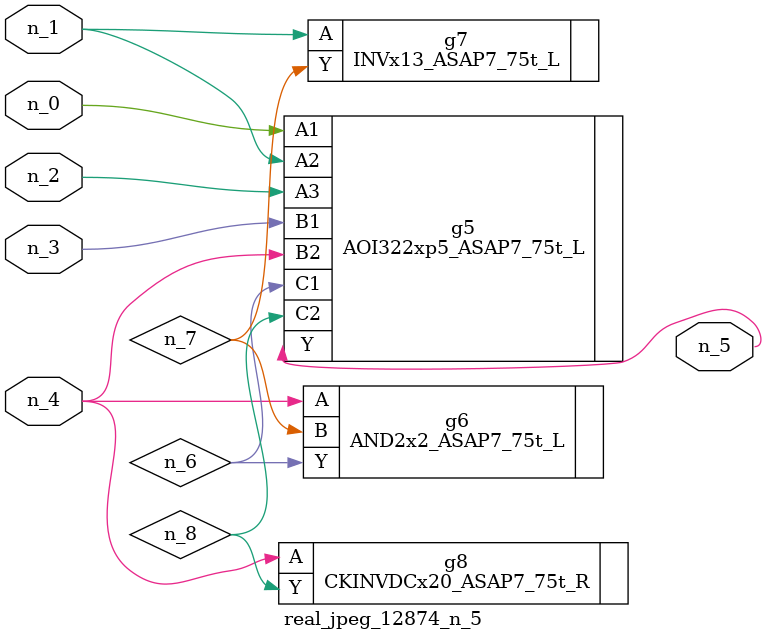
<source format=v>
module real_jpeg_12874_n_5 (n_4, n_0, n_1, n_2, n_3, n_5);

input n_4;
input n_0;
input n_1;
input n_2;
input n_3;

output n_5;

wire n_8;
wire n_6;
wire n_7;

AOI322xp5_ASAP7_75t_L g5 ( 
.A1(n_0),
.A2(n_1),
.A3(n_2),
.B1(n_3),
.B2(n_4),
.C1(n_6),
.C2(n_8),
.Y(n_5)
);

INVx13_ASAP7_75t_L g7 ( 
.A(n_1),
.Y(n_7)
);

AND2x2_ASAP7_75t_L g6 ( 
.A(n_4),
.B(n_7),
.Y(n_6)
);

CKINVDCx20_ASAP7_75t_R g8 ( 
.A(n_4),
.Y(n_8)
);


endmodule
</source>
